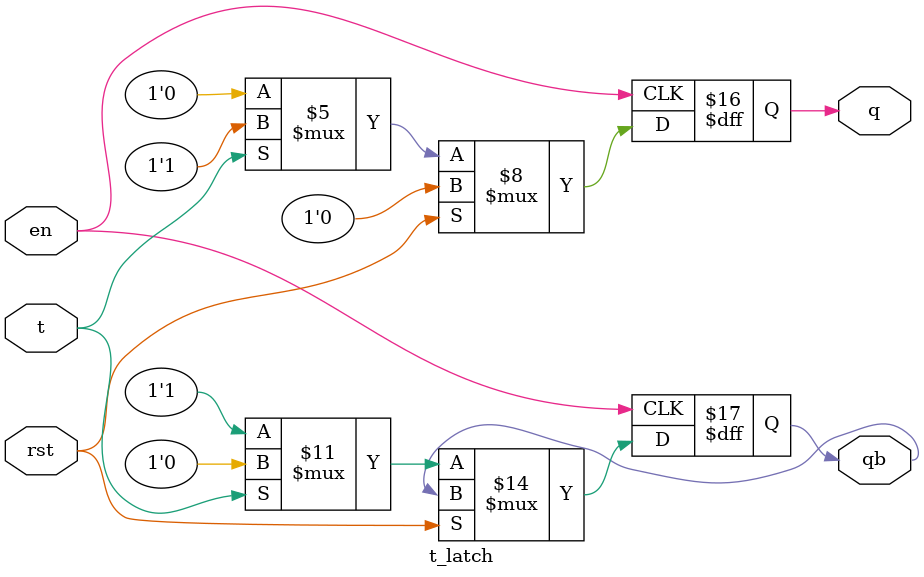
<source format=v>
module t_latch(t,en,rst,q,qb);

input t,en,rst;
output reg q,qb;



always @(posedge en)
begin

if(rst==1)
	q<=1'b0;
else begin
	if(t==0)
	begin
	q<=1'b0;
	qb<=1'b1;
	end
	else
	begin
	q<=1'b1;
	qb<=1'b0;
	end
end
end

endmodule

</source>
